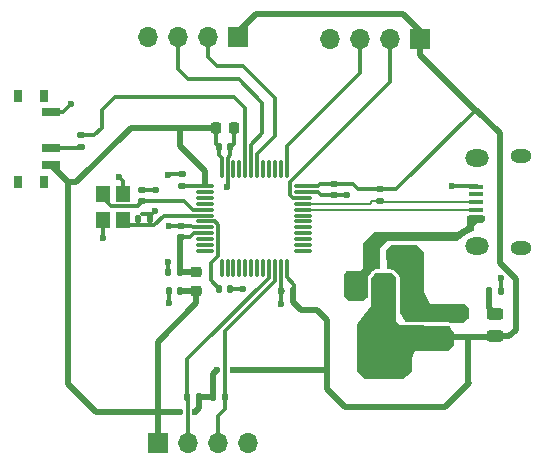
<source format=gbr>
%TF.GenerationSoftware,KiCad,Pcbnew,8.0.8*%
%TF.CreationDate,2025-03-31T20:29:26+08:00*%
%TF.ProjectId,1,312e6b69-6361-4645-9f70-636258585858,rev?*%
%TF.SameCoordinates,Original*%
%TF.FileFunction,Copper,L1,Top*%
%TF.FilePolarity,Positive*%
%FSLAX46Y46*%
G04 Gerber Fmt 4.6, Leading zero omitted, Abs format (unit mm)*
G04 Created by KiCad (PCBNEW 8.0.8) date 2025-03-31 20:29:26*
%MOMM*%
%LPD*%
G01*
G04 APERTURE LIST*
G04 Aperture macros list*
%AMRoundRect*
0 Rectangle with rounded corners*
0 $1 Rounding radius*
0 $2 $3 $4 $5 $6 $7 $8 $9 X,Y pos of 4 corners*
0 Add a 4 corners polygon primitive as box body*
4,1,4,$2,$3,$4,$5,$6,$7,$8,$9,$2,$3,0*
0 Add four circle primitives for the rounded corners*
1,1,$1+$1,$2,$3*
1,1,$1+$1,$4,$5*
1,1,$1+$1,$6,$7*
1,1,$1+$1,$8,$9*
0 Add four rect primitives between the rounded corners*
20,1,$1+$1,$2,$3,$4,$5,0*
20,1,$1+$1,$4,$5,$6,$7,0*
20,1,$1+$1,$6,$7,$8,$9,0*
20,1,$1+$1,$8,$9,$2,$3,0*%
G04 Aperture macros list end*
%TA.AperFunction,SMDPad,CuDef*%
%ADD10R,1.200000X1.400000*%
%TD*%
%TA.AperFunction,SMDPad,CuDef*%
%ADD11RoundRect,0.225000X-0.225000X-0.250000X0.225000X-0.250000X0.225000X0.250000X-0.225000X0.250000X0*%
%TD*%
%TA.AperFunction,ComponentPad*%
%ADD12R,1.700000X1.700000*%
%TD*%
%TA.AperFunction,ComponentPad*%
%ADD13O,1.700000X1.700000*%
%TD*%
%TA.AperFunction,SMDPad,CuDef*%
%ADD14RoundRect,0.075000X-0.662500X-0.075000X0.662500X-0.075000X0.662500X0.075000X-0.662500X0.075000X0*%
%TD*%
%TA.AperFunction,SMDPad,CuDef*%
%ADD15RoundRect,0.075000X-0.075000X-0.662500X0.075000X-0.662500X0.075000X0.662500X-0.075000X0.662500X0*%
%TD*%
%TA.AperFunction,SMDPad,CuDef*%
%ADD16RoundRect,0.250000X-0.250000X-0.475000X0.250000X-0.475000X0.250000X0.475000X-0.250000X0.475000X0*%
%TD*%
%TA.AperFunction,SMDPad,CuDef*%
%ADD17RoundRect,0.250000X0.475000X-0.250000X0.475000X0.250000X-0.475000X0.250000X-0.475000X-0.250000X0*%
%TD*%
%TA.AperFunction,SMDPad,CuDef*%
%ADD18RoundRect,0.140000X-0.170000X0.140000X-0.170000X-0.140000X0.170000X-0.140000X0.170000X0.140000X0*%
%TD*%
%TA.AperFunction,SMDPad,CuDef*%
%ADD19RoundRect,0.135000X-0.185000X0.135000X-0.185000X-0.135000X0.185000X-0.135000X0.185000X0.135000X0*%
%TD*%
%TA.AperFunction,SMDPad,CuDef*%
%ADD20RoundRect,0.135000X0.135000X0.185000X-0.135000X0.185000X-0.135000X-0.185000X0.135000X-0.185000X0*%
%TD*%
%TA.AperFunction,SMDPad,CuDef*%
%ADD21RoundRect,0.140000X0.170000X-0.140000X0.170000X0.140000X-0.170000X0.140000X-0.170000X-0.140000X0*%
%TD*%
%TA.AperFunction,SMDPad,CuDef*%
%ADD22RoundRect,0.135000X-0.135000X-0.185000X0.135000X-0.185000X0.135000X0.185000X-0.135000X0.185000X0*%
%TD*%
%TA.AperFunction,SMDPad,CuDef*%
%ADD23RoundRect,0.218750X0.256250X-0.218750X0.256250X0.218750X-0.256250X0.218750X-0.256250X-0.218750X0*%
%TD*%
%TA.AperFunction,SMDPad,CuDef*%
%ADD24R,1.300000X0.450000*%
%TD*%
%TA.AperFunction,ComponentPad*%
%ADD25O,1.800000X1.150000*%
%TD*%
%TA.AperFunction,ComponentPad*%
%ADD26O,2.000000X1.450000*%
%TD*%
%TA.AperFunction,SMDPad,CuDef*%
%ADD27R,0.800000X1.000000*%
%TD*%
%TA.AperFunction,SMDPad,CuDef*%
%ADD28R,1.500000X0.700000*%
%TD*%
%TA.AperFunction,SMDPad,CuDef*%
%ADD29RoundRect,0.140000X0.140000X0.170000X-0.140000X0.170000X-0.140000X-0.170000X0.140000X-0.170000X0*%
%TD*%
%TA.AperFunction,SMDPad,CuDef*%
%ADD30RoundRect,0.140000X-0.140000X-0.170000X0.140000X-0.170000X0.140000X0.170000X-0.140000X0.170000X0*%
%TD*%
%TA.AperFunction,SMDPad,CuDef*%
%ADD31RoundRect,0.243750X-0.456250X0.243750X-0.456250X-0.243750X0.456250X-0.243750X0.456250X0.243750X0*%
%TD*%
%TA.AperFunction,SMDPad,CuDef*%
%ADD32RoundRect,0.375000X-0.375000X0.625000X-0.375000X-0.625000X0.375000X-0.625000X0.375000X0.625000X0*%
%TD*%
%TA.AperFunction,SMDPad,CuDef*%
%ADD33RoundRect,0.500000X-1.400000X0.500000X-1.400000X-0.500000X1.400000X-0.500000X1.400000X0.500000X0*%
%TD*%
%TA.AperFunction,SMDPad,CuDef*%
%ADD34RoundRect,0.135000X0.185000X-0.135000X0.185000X0.135000X-0.185000X0.135000X-0.185000X-0.135000X0*%
%TD*%
%TA.AperFunction,ViaPad*%
%ADD35C,0.600000*%
%TD*%
%TA.AperFunction,Conductor*%
%ADD36C,0.300000*%
%TD*%
%TA.AperFunction,Conductor*%
%ADD37C,0.500000*%
%TD*%
%TA.AperFunction,Conductor*%
%ADD38C,0.200000*%
%TD*%
G04 APERTURE END LIST*
D10*
%TO.P,Y1,1,1*%
%TO.N,/HSE_IN*%
X98050000Y-61200000D03*
%TO.P,Y1,2,2*%
%TO.N,GND*%
X98050000Y-63400000D03*
%TO.P,Y1,3,3*%
%TO.N,/HSE_OUT*%
X99750000Y-63400000D03*
%TO.P,Y1,4,4*%
%TO.N,GND*%
X99750000Y-61200000D03*
%TD*%
D11*
%TO.P,C5,1*%
%TO.N,+3.3V*%
X107612500Y-55650000D03*
%TO.P,C5,2*%
%TO.N,GND*%
X109162500Y-55650000D03*
%TD*%
D12*
%TO.P,J4,1,Pin_1*%
%TO.N,+3.3V*%
X102700000Y-82300000D03*
D13*
%TO.P,J4,2,Pin_2*%
%TO.N,/I2C2_SDA*%
X105240000Y-82300000D03*
%TO.P,J4,3,Pin_3*%
%TO.N,/I2C2_SCL*%
X107780000Y-82300000D03*
%TO.P,J4,4,Pin_4*%
%TO.N,GND*%
X110320000Y-82300000D03*
%TD*%
D14*
%TO.P,U1,1,VBAT*%
%TO.N,+3.3V*%
X106700000Y-60550000D03*
%TO.P,U1,2,PC13*%
%TO.N,unconnected-(U1-PC13-Pad2)*%
X106700000Y-61050000D03*
%TO.P,U1,3,PC14*%
%TO.N,unconnected-(U1-PC14-Pad3)*%
X106700000Y-61550000D03*
%TO.P,U1,4,PC15*%
%TO.N,unconnected-(U1-PC15-Pad4)*%
X106700000Y-62050000D03*
%TO.P,U1,5,PD0*%
%TO.N,/HSE_IN*%
X106700000Y-62550000D03*
%TO.P,U1,6,PD1*%
%TO.N,/HSE_OUT*%
X106700000Y-63050000D03*
%TO.P,U1,7,NRST*%
%TO.N,/NRST*%
X106700000Y-63550000D03*
%TO.P,U1,8,VSSA*%
%TO.N,GND*%
X106700000Y-64050000D03*
%TO.P,U1,9,VDDA*%
%TO.N,+3.3VA*%
X106700000Y-64550000D03*
%TO.P,U1,10,PA0*%
%TO.N,unconnected-(U1-PA0-Pad10)*%
X106700000Y-65050000D03*
%TO.P,U1,11,PA1*%
%TO.N,unconnected-(U1-PA1-Pad11)*%
X106700000Y-65550000D03*
%TO.P,U1,12,PA2*%
%TO.N,unconnected-(U1-PA2-Pad12)*%
X106700000Y-66050000D03*
D15*
%TO.P,U1,13,PA3*%
%TO.N,unconnected-(U1-PA3-Pad13)*%
X108112500Y-67462500D03*
%TO.P,U1,14,PA4*%
%TO.N,unconnected-(U1-PA4-Pad14)*%
X108612500Y-67462500D03*
%TO.P,U1,15,PA5*%
%TO.N,unconnected-(U1-PA5-Pad15)*%
X109112500Y-67462500D03*
%TO.P,U1,16,PA6*%
%TO.N,unconnected-(U1-PA6-Pad16)*%
X109612500Y-67462500D03*
%TO.P,U1,17,PA7*%
%TO.N,unconnected-(U1-PA7-Pad17)*%
X110112500Y-67462500D03*
%TO.P,U1,18,PB0*%
%TO.N,unconnected-(U1-PB0-Pad18)*%
X110612500Y-67462500D03*
%TO.P,U1,19,PB1*%
%TO.N,unconnected-(U1-PB1-Pad19)*%
X111112500Y-67462500D03*
%TO.P,U1,20,PB2*%
%TO.N,unconnected-(U1-PB2-Pad20)*%
X111612500Y-67462500D03*
%TO.P,U1,21,PB10*%
%TO.N,/I2C2_SDA*%
X112112500Y-67462500D03*
%TO.P,U1,22,PB11*%
%TO.N,/I2C2_SCL*%
X112612500Y-67462500D03*
%TO.P,U1,23,VSS*%
%TO.N,GND*%
X113112500Y-67462500D03*
%TO.P,U1,24,VDD*%
%TO.N,+3.3V*%
X113612500Y-67462500D03*
D14*
%TO.P,U1,25,PB12*%
%TO.N,unconnected-(U1-PB12-Pad25)*%
X115025000Y-66050000D03*
%TO.P,U1,26,PB13*%
%TO.N,unconnected-(U1-PB13-Pad26)*%
X115025000Y-65550000D03*
%TO.P,U1,27,PB14*%
%TO.N,unconnected-(U1-PB14-Pad27)*%
X115025000Y-65050000D03*
%TO.P,U1,28,PB15*%
%TO.N,unconnected-(U1-PB15-Pad28)*%
X115025000Y-64550000D03*
%TO.P,U1,29,PA8*%
%TO.N,unconnected-(U1-PA8-Pad29)*%
X115025000Y-64050000D03*
%TO.P,U1,30,PA9*%
%TO.N,unconnected-(U1-PA9-Pad30)*%
X115025000Y-63550000D03*
%TO.P,U1,31,PA10*%
%TO.N,unconnected-(U1-PA10-Pad31)*%
X115025000Y-63050000D03*
%TO.P,U1,32,PA11*%
%TO.N,/USE_D-*%
X115025000Y-62550000D03*
%TO.P,U1,33,PA12*%
%TO.N,/USE_D+*%
X115025000Y-62050000D03*
%TO.P,U1,34,PA13*%
%TO.N,/SWDIO*%
X115025000Y-61550000D03*
%TO.P,U1,35,VSS*%
%TO.N,GND*%
X115025000Y-61050000D03*
%TO.P,U1,36,VDD*%
%TO.N,+3.3V*%
X115025000Y-60550000D03*
D15*
%TO.P,U1,37,PA14*%
%TO.N,/SWCLK*%
X113612500Y-59137500D03*
%TO.P,U1,38,PA15*%
%TO.N,unconnected-(U1-PA15-Pad38)*%
X113112500Y-59137500D03*
%TO.P,U1,39,PB3*%
%TO.N,unconnected-(U1-PB3-Pad39)*%
X112612500Y-59137500D03*
%TO.P,U1,40,PB4*%
%TO.N,unconnected-(U1-PB4-Pad40)*%
X112112500Y-59137500D03*
%TO.P,U1,41,PB5*%
%TO.N,unconnected-(U1-PB5-Pad41)*%
X111612500Y-59137500D03*
%TO.P,U1,42,PB6*%
%TO.N,/USART1_TX*%
X111112500Y-59137500D03*
%TO.P,U1,43,PB7*%
%TO.N,/USART1_RX*%
X110612500Y-59137500D03*
%TO.P,U1,44,BOOT0*%
%TO.N,/BOOT0*%
X110112500Y-59137500D03*
%TO.P,U1,45,PB8*%
%TO.N,unconnected-(U1-PB8-Pad45)*%
X109612500Y-59137500D03*
%TO.P,U1,46,PB9*%
%TO.N,unconnected-(U1-PB9-Pad46)*%
X109112500Y-59137500D03*
%TO.P,U1,47,VSS*%
%TO.N,GND*%
X108612500Y-59137500D03*
%TO.P,U1,48,VDD*%
%TO.N,+3.3V*%
X108112500Y-59137500D03*
%TD*%
D16*
%TO.P,C12,1*%
%TO.N,VBUS*%
X120800000Y-66650000D03*
%TO.P,C12,2*%
%TO.N,GND*%
X122700000Y-66650000D03*
%TD*%
D17*
%TO.P,C13,1*%
%TO.N,+3.3V*%
X126700000Y-73300000D03*
%TO.P,C13,2*%
%TO.N,GND*%
X126700000Y-71400000D03*
%TD*%
D18*
%TO.P,C2,1*%
%TO.N,+3.3V*%
X117600000Y-60350000D03*
%TO.P,C2,2*%
%TO.N,GND*%
X117600000Y-61310000D03*
%TD*%
D19*
%TO.P,R2,1*%
%TO.N,+3.3V*%
X121550000Y-60840000D03*
%TO.P,R2,2*%
%TO.N,/USE_D+*%
X121550000Y-61860000D03*
%TD*%
D20*
%TO.P,R4,1*%
%TO.N,+3.3V*%
X106200000Y-78400000D03*
%TO.P,R4,2*%
%TO.N,/I2C2_SDA*%
X105180000Y-78400000D03*
%TD*%
D21*
%TO.P,C4,1*%
%TO.N,+3.3V*%
X104750000Y-60530000D03*
%TO.P,C4,2*%
%TO.N,GND*%
X104750000Y-59570000D03*
%TD*%
D12*
%TO.P,J3,1,Pin_1*%
%TO.N,+3.3V*%
X109490000Y-47900000D03*
D13*
%TO.P,J3,2,Pin_2*%
%TO.N,/USART1_TX*%
X106950000Y-47900000D03*
%TO.P,J3,3,Pin_3*%
%TO.N,/USART1_RX*%
X104410000Y-47900000D03*
%TO.P,J3,4,Pin_4*%
%TO.N,GND*%
X101870000Y-47900000D03*
%TD*%
D22*
%TO.P,R3,1*%
%TO.N,/PWR_LED_K*%
X130740000Y-69450000D03*
%TO.P,R3,2*%
%TO.N,GND*%
X131760000Y-69450000D03*
%TD*%
D23*
%TO.P,FB1,1*%
%TO.N,+3.3V*%
X105962500Y-69437500D03*
%TO.P,FB1,2*%
%TO.N,+3.3VA*%
X105962500Y-67862500D03*
%TD*%
D24*
%TO.P,J1,1,VBUS*%
%TO.N,VBUS*%
X129650000Y-63200000D03*
%TO.P,J1,2,D-*%
%TO.N,/USE_D-*%
X129650000Y-62550000D03*
%TO.P,J1,3,D+*%
%TO.N,/USE_D+*%
X129650000Y-61900000D03*
%TO.P,J1,4,ID*%
%TO.N,unconnected-(J1-ID-Pad4)*%
X129650000Y-61250000D03*
%TO.P,J1,5,GND*%
%TO.N,GND*%
X129650000Y-60600000D03*
D25*
%TO.P,J1,6,Shield*%
%TO.N,unconnected-(J1-Shield-Pad6)_3*%
X133500000Y-65775000D03*
D26*
%TO.N,unconnected-(J1-Shield-Pad6)_1*%
X129700000Y-65625000D03*
%TO.N,unconnected-(J1-Shield-Pad6)_2*%
X129700000Y-58175000D03*
D25*
%TO.N,unconnected-(J1-Shield-Pad6)*%
X133500000Y-58025000D03*
%TD*%
D21*
%TO.P,C6,1*%
%TO.N,+3.3VA*%
X104700000Y-64880000D03*
%TO.P,C6,2*%
%TO.N,GND*%
X104700000Y-63920000D03*
%TD*%
D27*
%TO.P,SW1,*%
%TO.N,*%
X93060000Y-52900000D03*
X90850000Y-52900000D03*
X93060000Y-60200000D03*
X90850000Y-60200000D03*
D28*
%TO.P,SW1,1,A*%
%TO.N,GND*%
X93710000Y-54300000D03*
%TO.P,SW1,2,B*%
%TO.N,Net-(SW1-B)*%
X93710000Y-57300000D03*
%TO.P,SW1,3,C*%
%TO.N,+3.3V*%
X93710000Y-58800000D03*
%TD*%
D29*
%TO.P,C7,1*%
%TO.N,+3.3VA*%
X104572500Y-67850000D03*
%TO.P,C7,2*%
%TO.N,GND*%
X103612500Y-67850000D03*
%TD*%
D30*
%TO.P,C9,1*%
%TO.N,/NRST*%
X107902500Y-69250000D03*
%TO.P,C9,2*%
%TO.N,GND*%
X108862500Y-69250000D03*
%TD*%
%TO.P,C1,1*%
%TO.N,+3.3V*%
X107902500Y-57250000D03*
%TO.P,C1,2*%
%TO.N,GND*%
X108862500Y-57250000D03*
%TD*%
D31*
%TO.P,D1,1,K*%
%TO.N,/PWR_LED_K*%
X131220000Y-71392500D03*
%TO.P,D1,2,A*%
%TO.N,+3.3V*%
X131220000Y-73267500D03*
%TD*%
D29*
%TO.P,C8,1*%
%TO.N,+3.3V*%
X104612500Y-69450000D03*
%TO.P,C8,2*%
%TO.N,GND*%
X103652500Y-69450000D03*
%TD*%
D21*
%TO.P,C10,1*%
%TO.N,/HSE_IN*%
X101400000Y-61850000D03*
%TO.P,C10,2*%
%TO.N,GND*%
X101400000Y-60890000D03*
%TD*%
D12*
%TO.P,J2,1,Pin_1*%
%TO.N,+3.3V*%
X124920000Y-48100000D03*
D13*
%TO.P,J2,2,Pin_2*%
%TO.N,/SWDIO*%
X122380000Y-48100000D03*
%TO.P,J2,3,Pin_3*%
%TO.N,/SWCLK*%
X119840000Y-48100000D03*
%TO.P,J2,4,Pin_4*%
%TO.N,GND*%
X117300000Y-48100000D03*
%TD*%
D32*
%TO.P,U2,1,GND*%
%TO.N,GND*%
X124150000Y-69150000D03*
%TO.P,U2,2,VO*%
%TO.N,+3.3V*%
X121850000Y-69150000D03*
D33*
X121850000Y-75450000D03*
D32*
%TO.P,U2,3,VI*%
%TO.N,VBUS*%
X119550000Y-69150000D03*
%TD*%
D34*
%TO.P,R1,1*%
%TO.N,Net-(SW1-B)*%
X96200000Y-57270000D03*
%TO.P,R1,2*%
%TO.N,/BOOT0*%
X96200000Y-56250000D03*
%TD*%
D29*
%TO.P,C3,1*%
%TO.N,+3.3V*%
X114130000Y-69400000D03*
%TO.P,C3,2*%
%TO.N,GND*%
X113170000Y-69400000D03*
%TD*%
D22*
%TO.P,R5,1*%
%TO.N,+3.3V*%
X107380000Y-78450000D03*
%TO.P,R5,2*%
%TO.N,/I2C2_SCL*%
X108400000Y-78450000D03*
%TD*%
D29*
%TO.P,C11,1*%
%TO.N,/HSE_OUT*%
X102010000Y-63300000D03*
%TO.P,C11,2*%
%TO.N,GND*%
X101050000Y-63300000D03*
%TD*%
D35*
%TO.N,+3.3V*%
X105900000Y-79650000D03*
X104590000Y-79650000D03*
X109100000Y-76100000D03*
X107750000Y-76100000D03*
%TO.N,GND*%
X124650000Y-70750000D03*
X95400000Y-53600000D03*
X131800000Y-68300000D03*
X102600000Y-60900000D03*
X128400000Y-71400000D03*
X124200000Y-67050000D03*
X103650000Y-63950000D03*
X113150000Y-70500000D03*
X123750000Y-70750000D03*
X127600000Y-60550000D03*
X109900000Y-69250000D03*
X103550000Y-59600000D03*
X103612500Y-66987500D03*
X108600000Y-60650000D03*
X99400000Y-59750000D03*
X118700000Y-61300000D03*
X124200000Y-66050000D03*
X103650000Y-70450000D03*
X98050000Y-64950000D03*
%TO.N,/HSE_OUT*%
X102450000Y-62700000D03*
%TD*%
D36*
%TO.N,+3.3V*%
X113612500Y-68262500D02*
X114250000Y-68900000D01*
X106700000Y-60550000D02*
X104770000Y-60550000D01*
D37*
X102700000Y-73750000D02*
X102700000Y-79700000D01*
X105962500Y-69437500D02*
X104625000Y-69437500D01*
X105962500Y-69437500D02*
X105962500Y-70487500D01*
X133000000Y-68400000D02*
X133000000Y-72750000D01*
D36*
X107612500Y-55650000D02*
X107612500Y-56960000D01*
D37*
X106250000Y-78450000D02*
X106200000Y-78400000D01*
X97500000Y-79700000D02*
X95150000Y-77350000D01*
X95150000Y-60240000D02*
X95810000Y-60240000D01*
X114850000Y-71050000D02*
X114130000Y-70330000D01*
X102700000Y-79700000D02*
X97500000Y-79700000D01*
D36*
X108112500Y-58162500D02*
X107902500Y-57952500D01*
D37*
X95810000Y-60240000D02*
X100400000Y-55650000D01*
D36*
X107902500Y-57952500D02*
X107902500Y-57250000D01*
X114250000Y-68900000D02*
X114250000Y-69400000D01*
X121550000Y-60840000D02*
X122860000Y-60840000D01*
D37*
X117050000Y-71900000D02*
X116200000Y-71050000D01*
X107380000Y-76470000D02*
X107380000Y-78450000D01*
X123500000Y-46000000D02*
X124920000Y-47420000D01*
X104600000Y-55650000D02*
X104600000Y-57200000D01*
X127000000Y-79250000D02*
X118600000Y-79250000D01*
X118600000Y-79250000D02*
X117050000Y-77700000D01*
X95150000Y-60240000D02*
X93710000Y-58800000D01*
X116200000Y-71050000D02*
X114850000Y-71050000D01*
X126700000Y-73300000D02*
X129000000Y-73300000D01*
X124920000Y-48100000D02*
X124920000Y-49420000D01*
X129000000Y-73300000D02*
X129000000Y-77150000D01*
X129050000Y-77200000D02*
X127000000Y-79250000D01*
X114130000Y-70330000D02*
X114130000Y-69400000D01*
X131650000Y-56100000D02*
X131650000Y-67050000D01*
X106200000Y-79350000D02*
X106200000Y-78400000D01*
X95150000Y-77350000D02*
X95150000Y-60240000D01*
X104590000Y-79650000D02*
X104540000Y-79700000D01*
X132482500Y-73267500D02*
X131220000Y-73267500D01*
X117050000Y-76100000D02*
X109100000Y-76100000D01*
X104600000Y-55650000D02*
X107612500Y-55650000D01*
X124920000Y-49420000D02*
X129575000Y-54075000D01*
D36*
X108112500Y-59137500D02*
X108112500Y-58162500D01*
D37*
X109490000Y-47510000D02*
X111000000Y-46000000D01*
X129575000Y-54075000D02*
X129625000Y-54075000D01*
X109490000Y-47900000D02*
X109490000Y-47510000D01*
X104540000Y-79700000D02*
X102700000Y-79700000D01*
X129000000Y-77150000D02*
X129050000Y-77200000D01*
X104625000Y-69437500D02*
X104612500Y-69450000D01*
X117050000Y-76100000D02*
X117050000Y-72650000D01*
D36*
X119690000Y-60840000D02*
X121550000Y-60840000D01*
D37*
X105962500Y-70487500D02*
X102700000Y-73750000D01*
X107750000Y-76100000D02*
X107380000Y-76470000D01*
D36*
X119200000Y-60350000D02*
X119690000Y-60840000D01*
D37*
X117050000Y-77700000D02*
X117050000Y-76100000D01*
X102700000Y-82300000D02*
X102700000Y-79700000D01*
D36*
X122860000Y-60840000D02*
X129625000Y-54075000D01*
D37*
X100400000Y-55650000D02*
X104600000Y-55650000D01*
D36*
X107612500Y-56960000D02*
X107902500Y-57250000D01*
D37*
X131187500Y-73300000D02*
X131220000Y-73267500D01*
X131650000Y-67050000D02*
X133000000Y-68400000D01*
D36*
X113612500Y-67462500D02*
X113612500Y-68262500D01*
X104770000Y-60550000D02*
X104750000Y-60530000D01*
D37*
X117050000Y-72650000D02*
X117050000Y-71900000D01*
D36*
X116450000Y-60350000D02*
X117600000Y-60350000D01*
D37*
X106700000Y-59300000D02*
X106700000Y-60450000D01*
X129625000Y-54075000D02*
X131650000Y-56100000D01*
X105900000Y-79650000D02*
X106200000Y-79350000D01*
X124920000Y-47420000D02*
X124920000Y-48100000D01*
X104600000Y-57200000D02*
X106700000Y-59300000D01*
X133000000Y-72750000D02*
X132482500Y-73267500D01*
X107380000Y-78450000D02*
X106250000Y-78450000D01*
D36*
X117600000Y-60350000D02*
X119200000Y-60350000D01*
X115025000Y-60550000D02*
X116250000Y-60550000D01*
X116250000Y-60550000D02*
X116450000Y-60350000D01*
D37*
X111000000Y-46000000D02*
X123500000Y-46000000D01*
X129000000Y-73300000D02*
X131187500Y-73300000D01*
D36*
%TO.N,GND*%
X116560000Y-61310000D02*
X117600000Y-61310000D01*
X109162500Y-55650000D02*
X109162500Y-56950000D01*
X113112500Y-67462500D02*
X113112500Y-69342500D01*
X131760000Y-69450000D02*
X131760000Y-68340000D01*
X99750000Y-61200000D02*
X99750000Y-60100000D01*
X101400000Y-60890000D02*
X102590000Y-60890000D01*
X118690000Y-61310000D02*
X118700000Y-61300000D01*
X103680000Y-63920000D02*
X103650000Y-63950000D01*
X131760000Y-68340000D02*
X131800000Y-68300000D01*
X129695000Y-60550000D02*
X129700000Y-60550000D01*
X117600000Y-61310000D02*
X118690000Y-61310000D01*
X108612500Y-60637500D02*
X108600000Y-60650000D01*
X104750000Y-59570000D02*
X103580000Y-59570000D01*
X105650000Y-64050000D02*
X105520000Y-63920000D01*
X116300000Y-61050000D02*
X116560000Y-61310000D01*
X113170000Y-69400000D02*
X113290000Y-69400000D01*
X102590000Y-60890000D02*
X102600000Y-60900000D01*
X108862500Y-57887500D02*
X108862500Y-57250000D01*
X108612500Y-59137500D02*
X108612500Y-58137500D01*
X106700000Y-64050000D02*
X105650000Y-64050000D01*
X108612500Y-58137500D02*
X108862500Y-57887500D01*
X108612500Y-59137500D02*
X108612500Y-60637500D01*
X99750000Y-60100000D02*
X99400000Y-59750000D01*
X105520000Y-63920000D02*
X104700000Y-63920000D01*
X98050000Y-63400000D02*
X98050000Y-64950000D01*
X113170000Y-69400000D02*
X113170000Y-70480000D01*
X103612500Y-66987500D02*
X103612500Y-67850000D01*
X93710000Y-54300000D02*
X94700000Y-54300000D01*
X103580000Y-59570000D02*
X103550000Y-59600000D01*
X108862500Y-69250000D02*
X109900000Y-69250000D01*
X113112500Y-69342500D02*
X113170000Y-69400000D01*
X104700000Y-63920000D02*
X103680000Y-63920000D01*
X109162500Y-56950000D02*
X108862500Y-57250000D01*
X103650000Y-70450000D02*
X103652500Y-70447500D01*
X113170000Y-70480000D02*
X113150000Y-70500000D01*
X129700000Y-60550000D02*
X127600000Y-60550000D01*
X115025000Y-61050000D02*
X116300000Y-61050000D01*
X103652500Y-70447500D02*
X103652500Y-69450000D01*
X94700000Y-54300000D02*
X95400000Y-53600000D01*
D37*
%TO.N,+3.3VA*%
X105962500Y-67862500D02*
X104585000Y-67862500D01*
D36*
X105470000Y-64880000D02*
X104700000Y-64880000D01*
D37*
X104572500Y-67850000D02*
X104572500Y-65007500D01*
D36*
X105800000Y-64550000D02*
X105470000Y-64880000D01*
X106700000Y-64550000D02*
X105800000Y-64550000D01*
D37*
X104585000Y-67862500D02*
X104572500Y-67850000D01*
X104572500Y-65007500D02*
X104700000Y-64880000D01*
D36*
%TO.N,/NRST*%
X107800000Y-63809380D02*
X107800000Y-66434380D01*
X107800000Y-66434380D02*
X107200000Y-67034380D01*
X107200000Y-68547500D02*
X107902500Y-69250000D01*
X107200000Y-67034380D02*
X107200000Y-68547500D01*
X106700000Y-63550000D02*
X107540620Y-63550000D01*
X107540620Y-63550000D02*
X107800000Y-63809380D01*
%TO.N,/HSE_IN*%
X104950000Y-61850000D02*
X101400000Y-61850000D01*
X101000000Y-62250000D02*
X98750000Y-62250000D01*
X98050000Y-61550000D02*
X98050000Y-61200000D01*
X98750000Y-62250000D02*
X98050000Y-61550000D01*
X101400000Y-61850000D02*
X101000000Y-62250000D01*
X105650000Y-62550000D02*
X104950000Y-61850000D01*
X106700000Y-62550000D02*
X105650000Y-62550000D01*
%TO.N,/HSE_OUT*%
X101400000Y-62910000D02*
X102240000Y-62910000D01*
X106700000Y-63050000D02*
X103200000Y-63050000D01*
X102380000Y-63870000D02*
X101400000Y-63870000D01*
X102240000Y-62910000D02*
X102450000Y-62700000D01*
X103200000Y-63050000D02*
X102380000Y-63870000D01*
X99750000Y-63400000D02*
X100220000Y-63870000D01*
X100220000Y-63870000D02*
X101400000Y-63870000D01*
D37*
%TO.N,/PWR_LED_K*%
X130740000Y-69450000D02*
X130740000Y-70912500D01*
X130740000Y-70912500D02*
X131220000Y-71392500D01*
D38*
%TO.N,/USE_D+*%
X121740000Y-61860000D02*
X121780000Y-61900000D01*
X115025000Y-62050000D02*
X120650000Y-62050000D01*
X121780000Y-61900000D02*
X129650000Y-61900000D01*
X120650000Y-62050000D02*
X120840000Y-61860000D01*
X121550000Y-61860000D02*
X121740000Y-61860000D01*
X120840000Y-61860000D02*
X121550000Y-61860000D01*
%TO.N,/USE_D-*%
X129650000Y-62550000D02*
X115025000Y-62550000D01*
D36*
%TO.N,/SWCLK*%
X113612500Y-57187500D02*
X119840000Y-50960000D01*
X113612500Y-59137500D02*
X113612500Y-57187500D01*
X119840000Y-50960000D02*
X119840000Y-47800000D01*
%TO.N,/SWDIO*%
X113937500Y-60212500D02*
X122380000Y-51770000D01*
X122380000Y-51770000D02*
X122380000Y-47800000D01*
X113937500Y-61303120D02*
X113937500Y-60212500D01*
X115025000Y-61550000D02*
X114184380Y-61550000D01*
X114184380Y-61550000D02*
X113937500Y-61303120D01*
%TO.N,/USART1_RX*%
X110612500Y-57037500D02*
X111550000Y-56100000D01*
X104400000Y-50650000D02*
X104410000Y-50640000D01*
X104410000Y-50640000D02*
X104410000Y-47900000D01*
X109550000Y-51500000D02*
X105250000Y-51500000D01*
X111550000Y-53500000D02*
X109550000Y-51500000D01*
X111550000Y-56100000D02*
X111550000Y-53500000D01*
X110612500Y-59137500D02*
X110612500Y-57037500D01*
X105250000Y-51500000D02*
X104400000Y-50650000D01*
%TO.N,/USART1_TX*%
X106950000Y-49600000D02*
X106950000Y-47900000D01*
X111112500Y-59137500D02*
X111112500Y-57837500D01*
X111112500Y-57837500D02*
X112650000Y-56300000D01*
X112650000Y-56300000D02*
X112650000Y-53100000D01*
X107700000Y-50350000D02*
X106950000Y-49600000D01*
X112650000Y-53100000D02*
X109950000Y-50400000D01*
X109950000Y-50350000D02*
X107700000Y-50350000D01*
%TO.N,/I2C2_SCL*%
X108400000Y-79400000D02*
X107780000Y-80020000D01*
X112612500Y-67462500D02*
X112612500Y-68587500D01*
X107780000Y-80020000D02*
X107780000Y-82300000D01*
X108400000Y-72800000D02*
X108400000Y-78450000D01*
X108400000Y-78450000D02*
X108400000Y-79400000D01*
X112612500Y-68587500D02*
X108400000Y-72800000D01*
%TO.N,/I2C2_SDA*%
X106184380Y-74215620D02*
X105180000Y-75220000D01*
X105180000Y-78400000D02*
X105180000Y-78580000D01*
X105180000Y-78580000D02*
X105240000Y-78640000D01*
X112112500Y-68303120D02*
X106200000Y-74215620D01*
X112112500Y-67462500D02*
X112112500Y-68303120D01*
X105240000Y-78640000D02*
X105240000Y-82300000D01*
X105180000Y-75220000D02*
X105180000Y-78400000D01*
X106200000Y-74215620D02*
X106184380Y-74215620D01*
%TO.N,Net-(SW1-B)*%
X93800000Y-57300000D02*
X93850000Y-57250000D01*
X96170000Y-57300000D02*
X96200000Y-57270000D01*
X93710000Y-57300000D02*
X96170000Y-57300000D01*
X93710000Y-57300000D02*
X93800000Y-57300000D01*
%TO.N,/BOOT0*%
X109200000Y-53000000D02*
X110112500Y-53912500D01*
X97300000Y-56250000D02*
X97950000Y-55600000D01*
X97950000Y-55600000D02*
X97950000Y-54150000D01*
X96200000Y-56250000D02*
X97300000Y-56250000D01*
X110112500Y-53912500D02*
X110112500Y-59137500D01*
X97950000Y-54150000D02*
X99100000Y-53000000D01*
X99100000Y-53000000D02*
X109200000Y-53000000D01*
%TD*%
%TA.AperFunction,Conductor*%
%TO.N,VBUS*%
G36*
X130393039Y-63095184D02*
G01*
X130438794Y-63147988D01*
X130450000Y-63199499D01*
X130450000Y-63433637D01*
X130430315Y-63500676D01*
X130394783Y-63536811D01*
X130181239Y-63679174D01*
X130114540Y-63699982D01*
X130112456Y-63700000D01*
X129749999Y-63700000D01*
X129500000Y-63949999D01*
X129500000Y-64228777D01*
X129480315Y-64295816D01*
X129438480Y-64335885D01*
X128900031Y-64649981D01*
X128899987Y-64650008D01*
X128080744Y-65180107D01*
X128013766Y-65199999D01*
X128013381Y-65200000D01*
X122150000Y-65200000D01*
X121951596Y-65365337D01*
X121849997Y-65450002D01*
X121649998Y-65700002D01*
X121500000Y-65949999D01*
X121500000Y-67470500D01*
X121480315Y-67537539D01*
X121427511Y-67583294D01*
X121376000Y-67594500D01*
X121211995Y-67594500D01*
X121157899Y-67599328D01*
X121114675Y-67607106D01*
X121114628Y-67607115D01*
X121086670Y-67613517D01*
X121086661Y-67613521D01*
X120985912Y-67663048D01*
X120929941Y-67704868D01*
X120868402Y-67766296D01*
X120773912Y-67892283D01*
X120762393Y-67905563D01*
X120620301Y-68047654D01*
X120598423Y-68072012D01*
X120581786Y-68092660D01*
X120577449Y-68098171D01*
X120577445Y-68098178D01*
X120526560Y-68198252D01*
X120506877Y-68265283D01*
X120494500Y-68351364D01*
X120494500Y-69929625D01*
X120474815Y-69996664D01*
X120444900Y-70028825D01*
X120198426Y-70213681D01*
X120183067Y-70225200D01*
X120117625Y-70249676D01*
X120108667Y-70250000D01*
X118851362Y-70250000D01*
X118784323Y-70230315D01*
X118763681Y-70213681D01*
X118536319Y-69986319D01*
X118502834Y-69924996D01*
X118500000Y-69898638D01*
X118500000Y-68079272D01*
X118513091Y-68023818D01*
X118615727Y-67818546D01*
X118663314Y-67767387D01*
X118726636Y-67750000D01*
X119800000Y-67750000D01*
X120050000Y-67550000D01*
X120098889Y-65447730D01*
X120120126Y-65381170D01*
X120132827Y-65365348D01*
X120963318Y-64488720D01*
X121023714Y-64453590D01*
X121053336Y-64450000D01*
X128049999Y-64450000D01*
X128050000Y-64450000D01*
X128850000Y-63950000D01*
X128889843Y-63192978D01*
X128913023Y-63127070D01*
X128968159Y-63084153D01*
X129013665Y-63075499D01*
X130326000Y-63075499D01*
X130393039Y-63095184D01*
G37*
%TD.AperFunction*%
%TD*%
%TA.AperFunction,Conductor*%
%TO.N,GND*%
G36*
X124550205Y-65548929D02*
G01*
X124616804Y-65570050D01*
X124635219Y-65585219D01*
X125213681Y-66163681D01*
X125247166Y-66225004D01*
X125250000Y-66251362D01*
X125250000Y-69550001D01*
X125749998Y-70549998D01*
X125749999Y-70549999D01*
X125750000Y-70550000D01*
X128608667Y-70550000D01*
X128675706Y-70569685D01*
X128683067Y-70574800D01*
X129000400Y-70812800D01*
X129042221Y-70868771D01*
X129050000Y-70912000D01*
X129050000Y-71735438D01*
X129030315Y-71802477D01*
X128997109Y-71837023D01*
X128582597Y-72127181D01*
X128516388Y-72149499D01*
X128510210Y-72149589D01*
X127590284Y-72140105D01*
X127543052Y-72128232D01*
X127542426Y-72129756D01*
X127537122Y-72127576D01*
X127470330Y-72107097D01*
X127470318Y-72107094D01*
X127384407Y-72093697D01*
X123738915Y-72050298D01*
X123672115Y-72029817D01*
X123634062Y-71990104D01*
X123223171Y-71305284D01*
X123205500Y-71241487D01*
X123205500Y-68359589D01*
X123203355Y-68333247D01*
X123201479Y-68310191D01*
X123194993Y-68270613D01*
X123190195Y-68247144D01*
X123160570Y-68181804D01*
X123149524Y-68128542D01*
X123150000Y-68100000D01*
X123149998Y-68099999D01*
X123149999Y-68099999D01*
X123108561Y-68080266D01*
X123071421Y-68053131D01*
X123064078Y-68045300D01*
X123044306Y-68024215D01*
X122624809Y-67688617D01*
X122624808Y-67688616D01*
X122624799Y-67688609D01*
X122612201Y-67679054D01*
X122601776Y-67671565D01*
X122601772Y-67671563D01*
X122509614Y-67626561D01*
X122454832Y-67610475D01*
X122442579Y-67606877D01*
X122442577Y-67606876D01*
X122442575Y-67606876D01*
X122356503Y-67594500D01*
X122356500Y-67594500D01*
X122220132Y-67594500D01*
X122153093Y-67574815D01*
X122107338Y-67522011D01*
X122096189Y-67474258D01*
X122051867Y-66011637D01*
X122069512Y-65944036D01*
X122098023Y-65911318D01*
X122564775Y-65535369D01*
X122629330Y-65508647D01*
X122645216Y-65507969D01*
X124550205Y-65548929D01*
G37*
%TD.AperFunction*%
%TD*%
%TA.AperFunction,Conductor*%
%TO.N,+3.3V*%
G36*
X122423542Y-67919685D02*
G01*
X122433965Y-67927172D01*
X122853462Y-68262770D01*
X122893514Y-68320019D01*
X122900000Y-68359597D01*
X122900000Y-72000000D01*
X123250000Y-72350000D01*
X127380770Y-72399175D01*
X127447568Y-72419656D01*
X127485620Y-72459367D01*
X127732329Y-72870549D01*
X127750000Y-72934345D01*
X127750000Y-74002416D01*
X127730315Y-74069455D01*
X127718170Y-74085366D01*
X127336942Y-74508953D01*
X127277465Y-74545613D01*
X127244775Y-74550000D01*
X124500000Y-74550000D01*
X124250001Y-75099996D01*
X124250000Y-75100002D01*
X124250000Y-76238000D01*
X124230315Y-76305039D01*
X124200400Y-76337200D01*
X123493846Y-76867116D01*
X123483067Y-76875200D01*
X123417625Y-76899676D01*
X123408667Y-76900000D01*
X120298483Y-76900000D01*
X120231444Y-76880315D01*
X120214376Y-76867116D01*
X119639893Y-76336824D01*
X119603984Y-76276888D01*
X119600000Y-76245708D01*
X119600000Y-72243497D01*
X119619685Y-72176458D01*
X119627172Y-72166035D01*
X120800000Y-70700000D01*
X120800000Y-68351362D01*
X120819685Y-68284323D01*
X120836314Y-68263685D01*
X121000000Y-68100000D01*
X121112800Y-67949600D01*
X121168771Y-67907779D01*
X121212000Y-67900000D01*
X122356503Y-67900000D01*
X122423542Y-67919685D01*
G37*
%TD.AperFunction*%
%TD*%
M02*

</source>
